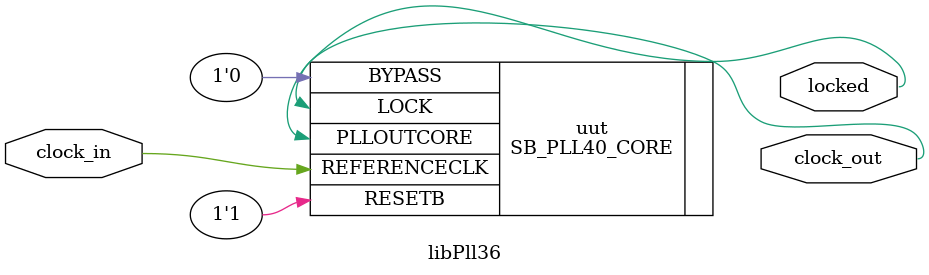
<source format=sv>
/**
 * PLL configuration
 *
 * This Verilog module was generated automatically
 * using the icepll tool from the IceStorm project.
 * Use at your own risk.
 *
 * Given input frequency:        12.000 MHz
 * Requested output frequency:   36.000 MHz
 * Achieved output frequency:    36.000 MHz
 */

module libPll36(
	input  clock_in,
	output clock_out,
	output locked
	);

SB_PLL40_CORE #(
		.FEEDBACK_PATH("SIMPLE"),
		.DIVR(4'b0000),		// DIVR =  0
		.DIVF(7'b0101111),	// DIVF = 47
		.DIVQ(3'b100),		// DIVQ =  4
		.FILTER_RANGE(3'b001)	// FILTER_RANGE = 1
	) uut (
		.LOCK(locked),
		.RESETB(1'b1),
		.BYPASS(1'b0),
		.REFERENCECLK(clock_in),
		.PLLOUTCORE(clock_out)
		);

endmodule

</source>
